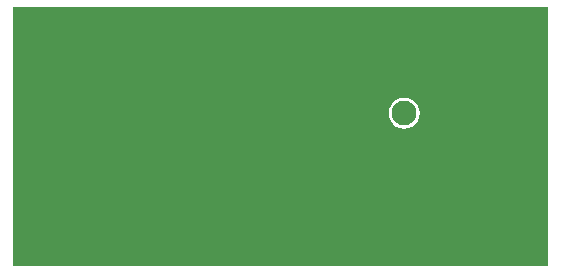
<source format=gbl>
G04 Layer_Physical_Order=2*
G04 Layer_Color=16711680*
%FSLAX24Y24*%
%MOIN*%
G70*
G01*
G75*
%ADD16C,0.0984*%
%ADD17C,0.0866*%
%ADD18C,0.0827*%
%ADD19C,0.0433*%
G36*
X27819Y20360D02*
X10001D01*
Y21290D01*
X10001Y28986D01*
X27819Y28986D01*
X27819Y20360D01*
D02*
G37*
%LPC*%
G36*
X23030Y25948D02*
X22896Y25930D01*
X22771Y25878D01*
X22664Y25796D01*
X22582Y25689D01*
X22530Y25564D01*
X22512Y25430D01*
X22530Y25296D01*
X22582Y25171D01*
X22664Y25064D01*
X22771Y24982D01*
X22896Y24930D01*
X23030Y24912D01*
X23164Y24930D01*
X23289Y24982D01*
X23396Y25064D01*
X23478Y25171D01*
X23530Y25296D01*
X23548Y25430D01*
X23530Y25564D01*
X23478Y25689D01*
X23396Y25796D01*
X23289Y25878D01*
X23164Y25930D01*
X23030Y25948D01*
D02*
G37*
%LPD*%
D16*
X22030Y24430D02*
D03*
X22030Y26430D02*
D03*
X24030Y24430D02*
D03*
D17*
Y26430D02*
D03*
D18*
X23030Y25430D02*
D03*
D19*
X16776Y21034D02*
D03*
X14713D02*
D03*
X12651D02*
D03*
X18838D02*
D03*
X20901D02*
D03*
X25026D02*
D03*
X10588D02*
D03*
X11971Y22190D02*
D03*
X11381Y23371D02*
D03*
X11971Y24552D02*
D03*
X11381Y25733D02*
D03*
X11971Y26914D02*
D03*
X11381Y28095D02*
D03*
X13153Y22190D02*
D03*
X12562Y23371D02*
D03*
X13153Y24552D02*
D03*
X12562Y25733D02*
D03*
X13153Y26914D02*
D03*
X12562Y28095D02*
D03*
X14334Y22190D02*
D03*
X13743Y23371D02*
D03*
X14334Y24552D02*
D03*
X13743Y25733D02*
D03*
X14334Y26914D02*
D03*
X13743Y28095D02*
D03*
X15515Y22190D02*
D03*
X14924Y23371D02*
D03*
X15515Y24552D02*
D03*
X14924Y25733D02*
D03*
X15515Y26914D02*
D03*
X14924Y28095D02*
D03*
X16696Y22190D02*
D03*
X16105Y23371D02*
D03*
X16696Y24552D02*
D03*
X16105Y25733D02*
D03*
X16696Y26914D02*
D03*
X16105Y28095D02*
D03*
X17877Y22190D02*
D03*
X17286Y23371D02*
D03*
X17877Y24552D02*
D03*
X17286Y25733D02*
D03*
X17877Y26914D02*
D03*
X17286Y28095D02*
D03*
X19058Y22190D02*
D03*
X18468Y23371D02*
D03*
X19058Y24552D02*
D03*
X18468Y25733D02*
D03*
X19058Y26914D02*
D03*
X18468Y28095D02*
D03*
X20239Y22190D02*
D03*
X19649Y23371D02*
D03*
X20239Y24552D02*
D03*
X19649Y25733D02*
D03*
X20239Y26914D02*
D03*
X19649Y28095D02*
D03*
X21420Y22190D02*
D03*
X20830Y23371D02*
D03*
Y25733D02*
D03*
Y28095D02*
D03*
X22011Y23371D02*
D03*
Y28095D02*
D03*
X23783Y22190D02*
D03*
X23192Y28095D02*
D03*
X24964Y22190D02*
D03*
X24373Y23371D02*
D03*
X24964Y24552D02*
D03*
Y26914D02*
D03*
X24373Y28095D02*
D03*
X26145Y22190D02*
D03*
X25554Y23371D02*
D03*
X26145Y24552D02*
D03*
X25554Y25733D02*
D03*
X26145Y26914D02*
D03*
X25554Y28095D02*
D03*
X27326Y22190D02*
D03*
X26735Y23371D02*
D03*
X27326Y24552D02*
D03*
X26735Y25733D02*
D03*
X27326Y26914D02*
D03*
X26735Y28095D02*
D03*
M02*

</source>
